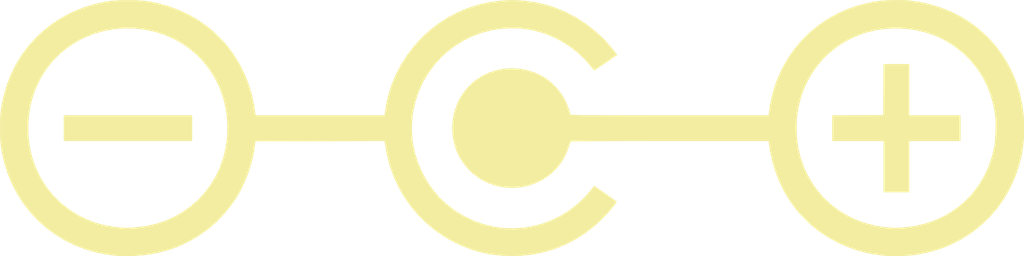
<source format=kicad_pcb>
(kicad_pcb (version 20240108) (generator pcbnew)
  (layers (0 "F.Cu" signal) (31 "B.Cu" signal) (34 "B.Paste" user) (35 "F.Paste" user) (36 "B.SilkS" user "B.Silkscreen") (37 "F.SilkS" user "F.Silkscreen") (38 "B.Mask" user) (39 "F.Mask" user) (44 "Edge.Cuts" user))
  (net 0 "")
  (footprint "Polarity_Center_Positive_12mm_SilkScreen" (layer "F.Cu") (at 0 0)
    (property "Reference" "REF**")
    (property "Value" "Polarity_Center_Positive_12mm_SilkScreen")
    (fp_poly (pts (xy -14.916275 0.597647) (xy -20.892745 0.597647) (xy -20.892745 -0.597647) (xy -14.916275 -0.597647) (xy -14.916275 0.597647)) (layer "F.SilkS") (stroke (width 0.01)) (fill solid))
    (fp_poly (pts (xy 18.527059 -0.597647) (xy 20.917647 -0.597647) (xy 20.917647 0.597647) (xy 18.527059 0.597647) (xy 18.527059 2.988235) (xy 17.331765 2.988235) (xy 17.331765 0.597647) (xy 14.941176 0.597647) (xy 14.941176 -0.597164) (xy 17.319314 -0.610098) (xy 17.325781 -1.799167) (xy 17.332248 -2.988235) (xy 18.527059 -2.988235) (xy 18.527059 -0.597647)) (layer "F.SilkS") (stroke (width 0.01)) (fill solid))
    (fp_poly (pts (xy 18.169814 -5.970186) (xy 18.386007 -5.96185) (xy 18.491478 -5.953973) (xy 19.022581 -5.881604) (xy 19.543812 -5.764147) (xy 20.050719 -5.603413) (xy 20.53885 -5.401216) (xy 21.003752 -5.159365) (xy 21.440973 -4.879672) (xy 21.789216 -4.61212) (xy 22.183563 -4.250615) (xy 22.540907 -3.856593) (xy 22.859707 -3.432507) (xy 23.138417 -2.980812) (xy 23.375495 -2.503964) (xy 23.569398 -2.004416) (xy 23.69467 -1.581246) (xy 23.80114 -1.076715) (xy 23.866898 -0.558223) (xy 23.891761 -0.034605) (xy 23.875548 0.485309) (xy 23.818077 0.992685) (xy 23.75458 1.329458) (xy 23.612397 1.86169) (xy 23.427396 2.370872) (xy 23.200825 2.855151) (xy 22.933932 3.31267) (xy 22.627964 3.741576) (xy 22.284169 4.140012) (xy 21.903794 4.506124) (xy 21.488086 4.838057) (xy 21.312713 4.960493) (xy 20.853654 5.239465) (xy 20.374423 5.473382) (xy 19.873976 5.662643) (xy 19.351271 5.807646) (xy 18.843643 5.90322) (xy 18.716025 5.918882) (xy 18.558407 5.93326) (xy 18.381361 5.945875) (xy 18.195461 5.956254) (xy 18.011279 5.96392) (xy 17.839387 5.968396) (xy 17.690358 5.969208) (xy 17.574764 5.965879) (xy 17.53098 5.962308) (xy 17.469169 5.9555) (xy 17.373094 5.945175) (xy 17.258029 5.932965) (xy 17.182353 5.92501) (xy 16.690278 5.84966) (xy 16.197521 5.728079) (xy 15.711188 5.563226) (xy 15.238382 5.35806) (xy 14.786209 5.115542) (xy 14.361773 4.838631) (xy 14.106961 4.643902) (xy 13.944462 4.504112) (xy 13.766486 4.338217) (xy 13.586498 4.159631) (xy 13.417961 3.981767) (xy 13.27434 3.818039) (xy 13.25743 3.797549) (xy 12.966711 3.404646) (xy 12.707456 2.977034) (xy 12.482157 2.520514) (xy 12.293306 2.040887) (xy 12.143394 1.543952) (xy 12.034914 1.035511) (xy 12.013884 0.902696) (xy 11.96905 0.597647) (xy 7.353351 0.597647) (xy 6.770082 0.597707) (xy 6.234816 0.597896) (xy 5.745751 0.598226) (xy 5.301085 0.598708) (xy 4.899018 0.599355) (xy 4.537748 0.600179) (xy 4.215474 0.601192) (xy 3.930394 0.602407) (xy 3.680708 0.603835) (xy 3.464613 0.605489) (xy 3.280309 0.60738) (xy 3.125994 0.609521) (xy 2.999867 0.611924) (xy 2.900126 0.614601) (xy 2.824971 0.617564) (xy 2.772599 0.620826) (xy 2.74121 0.624397) (xy 2.729002 0.628292) (xy 2.728742 0.628775) (xy 2.628323 0.9435) (xy 2.517285 1.217699) (xy 2.390715 1.460322) (xy 2.243698 1.680319) (xy 2.07132 1.88664) (xy 1.993358 1.968162) (xy 1.72546 2.204707) (xy 1.433478 2.40066) (xy 1.121956 2.556015) (xy 0.795439 2.670764) (xy 0.458472 2.744902) (xy 0.115598 2.778422) (xy -0.228637 2.771318) (xy -0.569689 2.723582) (xy -0.903014 2.635209) (xy -1.224067 2.506192) (xy -1.528303 2.336524) (xy -1.811178 2.126199) (xy -1.975336 1.973867) (xy -2.216972 1.699694) (xy -2.412663 1.410618) (xy -2.565137 1.102299) (xy -2.627217 0.936004) (xy -2.723441 0.576438) (xy -2.773395 0.214195) (xy -2.776204 0.008602) (xy 13.272745 0.008602) (xy 13.293899 0.490325) (xy 13.358138 0.950394) (xy 13.466627 1.394042) (xy 13.620531 1.826508) (xy 13.733481 2.079314) (xy 13.958033 2.490411) (xy 14.220683 2.871129) (xy 14.518802 3.219749) (xy 14.849757 3.534554) (xy 15.210918 3.813826) (xy 15.599653 4.055847) (xy 16.013331 4.258899) (xy 16.449321 4.421264) (xy 16.904992 4.541225) (xy 17.377713 4.617063) (xy 17.65549 4.639982) (xy 17.74529 4.645061) (xy 17.823735 4.649801) (xy 17.854706 4.651842) (xy 17.902023 4.651714) (xy 17.987695 4.648271) (xy 18.100422 4.642079) (xy 18.228905 4.633704) (xy 18.257406 4.63168) (xy 18.746277 4.572918) (xy 19.215378 4.46964) (xy 19.662677 4.323609) (xy 20.086144 4.136588) (xy 20.483746 3.91034) (xy 20.853453 3.646626) (xy 21.193234 3.347211) (xy 21.501057 3.013857) (xy 21.774892 2.648327) (xy 22.012707 2.252382) (xy 22.212472 1.827787) (xy 22.372155 1.376303) (xy 22.475179 0.971177) (xy 22.506717 0.784281) (xy 22.53159 0.561829) (xy 22.549245 0.317691) (xy 22.559129 0.065738) (xy 22.560688 -0.180157) (xy 22.553368 -0.406125) (xy 22.537526 -0.591005) (xy 22.45404 -1.078468) (xy 22.326643 -1.543404) (xy 22.156124 -1.984522) (xy 21.943271 -2.400526) (xy 21.688873 -2.790123) (xy 21.393719 -3.152019) (xy 21.058596 -3.484921) (xy 20.684293 -3.787534) (xy 20.519216 -3.902866) (xy 20.13835 -4.128404) (xy 19.730908 -4.31491) (xy 19.302037 -4.461742) (xy 18.856887 -4.56826) (xy 18.400607 -4.633822) (xy 17.938345 -4.657788) (xy 17.475252 -4.639516) (xy 17.016475 -4.578364) (xy 16.567164 -4.473693) (xy 16.38549 -4.417588) (xy 15.943027 -4.245218) (xy 15.527457 -4.032106) (xy 15.140659 -3.780577) (xy 14.78451 -3.492954) (xy 14.46089 -3.171564) (xy 14.171678 -2.81873) (xy 13.918751 -2.436776) (xy 13.703989 -2.028028) (xy 13.52927 -1.594809) (xy 13.396472 -1.139445) (xy 13.307475 -0.66426) (xy 13.298867 -0.5983) (xy 13.289484 -0.495943) (xy 13.281596 -0.359272) (xy 13.275868 -0.203771) (xy 13.272969 -0.044923) (xy 13.272745 0.008602) (xy -2.776204 0.008602) (xy -2.778323 -0.146436) (xy -2.739468 -0.501166) (xy -2.658074 -0.845706) (xy -2.535386 -1.175767) (xy -2.372645 -1.48706) (xy -2.171096 -1.775297) (xy -1.931982 -2.036188) (xy -1.710642 -2.225262) (xy -1.411462 -2.422913) (xy -1.090836 -2.578251) (xy -0.753784 -2.691149) (xy -0.40533 -2.761482) (xy -0.050496 -2.789125) (xy 0.305697 -2.773952) (xy 0.658226 -2.715838) (xy 1.00207 -2.614656) (xy 1.332205 -2.470281) (xy 1.606176 -2.308224) (xy 1.68841 -2.247177) (xy 1.79015 -2.163298) (xy 1.896171 -2.069451) (xy 1.960855 -2.008533) (xy 2.176195 -1.775679) (xy 2.357253 -1.525982) (xy 2.508247 -1.25187) (xy 2.633394 -0.945771) (xy 2.729493 -0.628774) (xy 2.739448 -0.624842) (xy 2.768365 -0.621234) (xy 2.818045 -0.617937) (xy 2.890289 -0.61494) (xy 2.986898 -0.61223) (xy 3.109673 -0.609796) (xy 3.260414 -0.607624) (xy 3.440923 -0.605704) (xy 3.653001 -0.604023) (xy 3.898448 -0.602569) (xy 4.179065 -0.601329) (xy 4.496654 -0.600293) (xy 4.853015 -0.599446) (xy 5.24995 -0.598778) (xy 5.689259 -0.598277) (xy 6.172742 -0.597929) (xy 6.702202 -0.597723) (xy 7.279439 -0.597648) (xy 7.355303 -0.597647) (xy 11.972953 -0.597647) (xy 11.99004 -0.753284) (xy 12.035681 -1.065562) (xy 12.104805 -1.400837) (xy 12.192788 -1.740992) (xy 12.295008 -2.067907) (xy 12.391312 -2.325958) (xy 12.617666 -2.816702) (xy 12.883532 -3.27842) (xy 13.186851 -3.709516) (xy 13.525562 -4.108388) (xy 13.897606 -4.47344) (xy 14.300923 -4.803073) (xy 14.733454 -5.095687) (xy 15.193139 -5.349685) (xy 15.677917 -5.563468) (xy 16.185731 -5.735437) (xy 16.714519 -5.863994) (xy 17.017183 -5.916155) (xy 17.207873 -5.938456) (xy 17.433299 -5.955389) (xy 17.678642 -5.966575) (xy 17.929087 -5.971634) (xy 18.169814 -5.970186)) (layer "F.SilkS") (stroke (width 0.01)) (fill solid))
    (fp_poly (pts (xy 0.562937 -5.943412) (xy 1.084115 -5.871897) (xy 1.598417 -5.753218) (xy 2.004608 -5.623255) (xy 2.511428 -5.413749) (xy 2.995185 -5.160716) (xy 3.453481 -4.865945) (xy 3.883923 -4.531221) (xy 4.284114 -4.158331) (xy 4.65166 -3.749062) (xy 4.839044 -3.509082) (xy 4.905296 -3.41983) (xy 4.389586 -3.060846) (xy 4.247561 -2.962757) (xy 4.118195 -2.874886) (xy 4.007319 -2.801071) (xy 3.92076 -2.745155) (xy 3.864346 -2.710976) (xy 3.844737 -2.701863) (xy 3.816019 -2.720463) (xy 3.768928 -2.769188) (xy 3.71457 -2.836317) (xy 3.43161 -3.172953) (xy 3.109701 -3.484343) (xy 2.754796 -3.76679) (xy 2.372847 -4.016595) (xy 1.969807 -4.23006) (xy 1.551628 -4.403487) (xy 1.124264 -4.533178) (xy 0.90643 -4.580956) (xy 0.429817 -4.647261) (xy -0.045553 -4.665374) (xy -0.516298 -4.636319) (xy -0.979034 -4.561118) (xy -1.430379 -4.440796) (xy -1.866949 -4.276376) (xy -2.285362 -4.068882) (xy -2.682234 -3.819337) (xy -3.054183 -3.528765) (xy -3.287327 -3.312072) (xy -3.615615 -2.95153) (xy -3.900175 -2.567239) (xy -4.141098 -2.15902) (xy -4.338475 -1.726689) (xy -4.492398 -1.270065) (xy -4.602959 -0.788968) (xy -4.622658 -0.672345) (xy -4.645127 -0.480485) (xy -4.658845 -0.255901) (xy -4.663806 -0.014584) (xy -4.660003 0.22747) (xy -4.647431 0.454269) (xy -4.626084 0.649818) (xy -4.623165 0.668954) (xy -4.523404 1.149603) (xy -4.379755 1.610666) (xy -4.193813 2.049618) (xy -3.96717 2.463933) (xy -3.701423 2.851087) (xy -3.398165 3.208554) (xy -3.05899 3.533809) (xy -2.685493 3.824328) (xy -2.589804 3.889344) (xy -2.174421 4.135108) (xy -1.741862 4.335605) (xy -1.295477 4.490375) (xy -0.838617 4.598959) (xy -0.374633 4.660898) (xy 0.093124 4.675735) (xy 0.561304 4.643009) (xy 1.026557 4.562263) (xy 1.455197 4.443169) (xy 1.906204 4.268513) (xy 2.333796 4.050785) (xy 2.735228 3.79189) (xy 3.107756 3.493731) (xy 3.448632 3.158212) (xy 3.653702 2.918774) (xy 3.838673 2.687449) (xy 3.955072 2.770683) (xy 4.012523 2.811314) (xy 4.102163 2.874158) (xy 4.215221 2.953093) (xy 4.34293 3.041996) (xy 4.476127 3.134474) (xy 4.600014 3.22111) (xy 4.708571 3.298446) (xy 4.7956 3.361949) (xy 4.854904 3.407087) (xy 4.880285 3.429325) (xy 4.880784 3.430438) (xy 4.864879 3.464214) (xy 4.820909 3.527903) (xy 4.754489 3.614729) (xy 4.671238 3.717917) (xy 4.57677 3.830693) (xy 4.476704 3.946282) (xy 4.376656 4.057909) (xy 4.282241 4.158799) (xy 4.246846 4.195101) (xy 3.843153 4.568805) (xy 3.414439 4.89995) (xy 2.962618 5.187737) (xy 2.489602 5.431364) (xy 1.997302 5.630034) (xy 1.487632 5.782945) (xy 0.962502 5.889298) (xy 0.423826 5.948293) (xy 0.024902 5.960997) (xy -0.48262 5.9434) (xy -0.962775 5.889537) (xy -1.424406 5.797333) (xy -1.876358 5.664716) (xy -2.327474 5.489613) (xy -2.670628 5.329134) (xy -3.143028 5.065423) (xy -3.586983 4.761612) (xy -4.000203 4.419972) (xy -4.380396 4.042778) (xy -4.72527 3.632302) (xy -5.032534 3.190819) (xy -5.299797 2.720796) (xy -5.523764 2.2318) (xy -5.699975 1.735603) (xy -5.830465 1.225995) (xy -5.882346 0.944859) (xy -5.938191 0.597449) (xy -8.951791 0.603774) (xy -11.965392 0.610098) (xy -11.98421 0.784412) (xy -12.049392 1.206436) (xy -12.153325 1.641827) (xy -12.291811 2.078732) (xy -12.460655 2.505294) (xy -12.655662 2.909659) (xy -12.861142 3.262157) (xy -13.054649 3.54197) (xy -13.276172 3.824867) (xy -13.515758 4.099719) (xy -13.763451 4.355393) (xy -14.009296 4.580758) (xy -14.126598 4.677166) (xy -14.572858 4.998054) (xy -15.038434 5.273044) (xy -15.523236 5.502102) (xy -16.027174 5.685198) (xy -16.550159 5.822299) (xy -17.0921 5.913373) (xy -17.652908 5.95839) (xy -17.767549 5.961869) (xy -17.919672 5.964575) (xy -18.06144 5.965862) (xy -18.182495 5.965729) (xy -18.272482 5.964178) (xy -18.315392 5.961889) (xy -18.652994 5.923973) (xy -18.953373 5.880418) (xy -19.229009 5.828744) (xy -19.492382 5.766472) (xy -19.755972 5.691124) (xy -19.884216 5.650247) (xy -20.380222 5.461767) (xy -20.852098 5.230891) (xy -21.297772 4.959875) (xy -21.715174 4.650973) (xy -22.102233 4.306443) (xy -22.456879 3.928539) (xy -22.77704 3.519518) (xy -23.060647 3.081635) (xy -23.305628 2.617145) (xy -23.509914 2.128305) (xy -23.671432 1.617371) (xy -23.704307 1.488824) (xy -23.755589 1.268597) (xy -23.795354 1.070949) (xy -23.824926 0.883838) (xy -23.845625 0.695219) (xy -23.858773 0.493051) (xy -23.865692 0.265289) (xy -23.867704 0) (xy -23.86761 -0.012451) (xy -22.561177 -0.012451) (xy -22.538029 0.482217) (xy -22.46903 0.961619) (xy -22.354841 1.423701) (xy -22.196127 1.866409) (xy -21.99355 2.28769) (xy -21.747774 2.68549) (xy -21.64284 2.830536) (xy -21.34153 3.189123) (xy -21.006607 3.512505) (xy -20.641375 3.798909) (xy -20.249138 4.046561) (xy -19.833199 4.253686) (xy -19.396862 4.418511) (xy -18.943431 4.539261) (xy -18.47621 4.614164) (xy -18.29049 4.630598) (xy -18.174045 4.638569) (xy -18.072286 4.645541) (xy -17.997806 4.65065) (xy -17.966765 4.652786) (xy -17.924493 4.652306) (xy -17.843233 4.648595) (xy -17.733655 4.642234) (xy -17.606428 4.633802) (xy -17.569726 4.631195) (xy -17.085597 4.572756) (xy -16.620655 4.469915) (xy -16.176973 4.324745) (xy -15.756622 4.13932) (xy -15.361677 3.915711) (xy -14.994208 3.655994) (xy -14.656289 3.36224) (xy -14.349991 3.036522) (xy -14.077389 2.680916) (xy -13.840553 2.297492) (xy -13.641557 1.888325) (xy -13.482473 1.455487) (xy -13.365373 1.001053) (xy -13.292331 0.527095) (xy -13.276153 0.336177) (xy -13.266904 -0.157007) (xy -13.303517 -0.637818) (xy -13.384622 -1.103792) (xy -13.50885 -1.552461) (xy -13.674832 -1.981359) (xy -13.881199 -2.388019) (xy -14.126581 -2.769974) (xy -14.409611 -3.124759) (xy -14.728918 -3.449906) (xy -15.083134 -3.742949) (xy -15.47089 -4.001421) (xy -15.775912 -4.167639) (xy -16.209347 -4.35578) (xy -16.659625 -4.498923) (xy -17.122185 -4.597034) (xy -17.592464 -4.650085) (xy -18.0659 -4.658043) (xy -18.53793 -4.620879) (xy -19.003991 -4.538561) (xy -19.459522 -4.411059) (xy -19.89996 -4.238341) (xy -19.990615 -4.19608) (xy -20.40573 -3.970195) (xy -20.789106 -3.707193) (xy -21.139224 -3.409546) (xy -21.454568 -3.079724) (xy -21.73362 -2.720196) (xy -21.97486 -2.333435) (xy -22.176771 -1.921911) (xy -22.337835 -1.488093) (xy -22.456535 -1.034454) (xy -22.531351 -0.563463) (xy -22.560766 -0.077591) (xy -22.561177 -0.012451) (xy -23.86761 -0.012451) (xy -23.865688 -0.265047) (xy -23.858792 -0.492553) (xy -23.845743 -0.694648) (xy -23.825265 -0.883465) (xy -23.796087 -1.071134) (xy -23.756933 -1.269787) (xy -23.714759 -1.456765) (xy -23.567956 -1.975422) (xy -23.377707 -2.471786) (xy -23.146062 -2.943832) (xy -22.875069 -3.389536) (xy -22.566777 -3.806871) (xy -22.223234 -4.193812) (xy -21.846488 -4.548335) (xy -21.438589 -4.868413) (xy -21.001584 -5.152023) (xy -20.537522 -5.397137) (xy -20.048452 -5.601732) (xy -19.536423 -5.763782) (xy -19.29902 -5.822295) (xy -19.094403 -5.866525) (xy -18.913303 -5.900757) (xy -18.74392 -5.926176) (xy -18.574455 -5.943963) (xy -18.393107 -5.955302) (xy -18.188078 -5.961376) (xy -17.947566 -5.963369) (xy -17.892059 -5.96338) (xy -17.625321 -5.960964) (xy -17.395819 -5.95333) (xy -17.191138 -5.939168) (xy -16.998865 -5.917167) (xy -16.806585 -5.886018) (xy -16.601883 -5.84441) (xy -16.461703 -5.812414) (xy -15.975474 -5.6747) (xy -15.496638 -5.493794) (xy -15.033961 -5.273837) (xy -14.596208 -5.018969) (xy -14.215269 -4.751255) (xy -14.034063 -4.602857) (xy -13.839041 -4.427986) (xy -13.643117 -4.239212) (xy -13.459208 -4.049101) (xy -13.300226 -3.870221) (xy -13.260799 -3.822451) (xy -12.961514 -3.415654) (xy -12.69552 -2.978765) (xy -12.465839 -2.518755) (xy -12.275493 -2.042593) (xy -12.127504 -1.557252) (xy -12.024894 -1.069702) (xy -12.003057 -0.921372) (xy -11.988803 -0.817019) (xy -11.975531 -0.726085) (xy -11.965553 -0.664217) (xy -11.96355 -0.653676) (xy -11.951992 -0.597647) (xy -5.926667 -0.597647) (xy -5.926667 -0.656676) (xy -5.921429 -0.720982) (xy -5.907082 -0.822764) (xy -5.885678 -0.950959) (xy -5.85927 -1.094507) (xy -5.829909 -1.242344) (xy -5.799647 -1.38341) (xy -5.770536 -1.506642) (xy -5.764942 -1.528525) (xy -5.611812 -2.020546) (xy -5.412439 -2.500635) (xy -5.169786 -2.964533) (xy -4.886819 -3.407981) (xy -4.566503 -3.826718) (xy -4.211803 -4.216487) (xy -3.825684 -4.573027) (xy -3.435087 -4.875237) (xy -2.984581 -5.163751) (xy -2.513022 -5.408942) (xy -2.023902 -5.610329) (xy -1.520711 -5.767433) (xy -1.00694 -5.879773) (xy -0.486081 -5.94687) (xy 0.038375 -5.968243) (xy 0.562937 -5.943412)) (layer "F.SilkS") (stroke (width 0.01)) (fill solid))
  )
)
</source>
